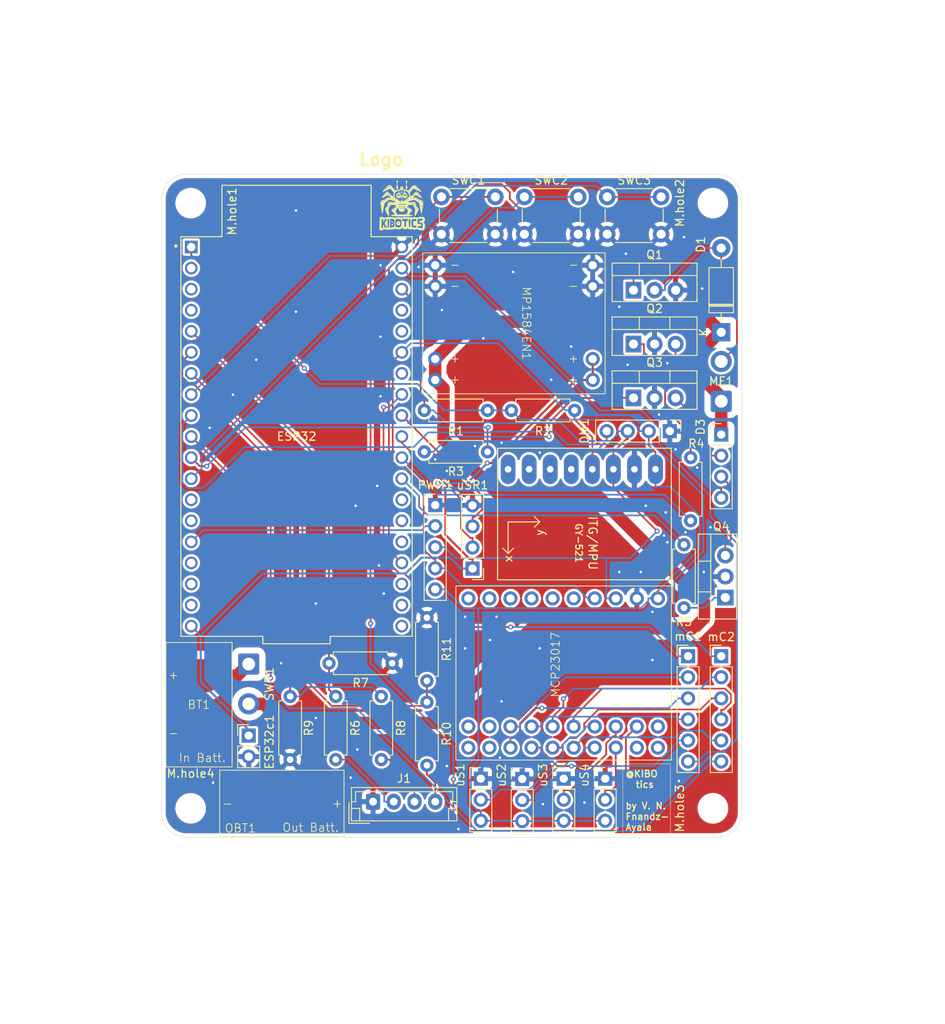
<source format=kicad_pcb>
(kicad_pcb (version 20240108) (generator "pcbnew") (generator_version "8.0")
  (layers (0 "F.Cu" signal) (31 "B.Cu" signal) (34 "B.Paste" user) (35 "F.Paste" user) (36 "B.SilkS" user "B.Silkscreen") (37 "F.SilkS" user "F.Silkscreen") (38 "B.Mask" user) (39 "F.Mask" user) (44 "Edge.Cuts" user))
  (net 0 "")
  (net 1 "GND")
  (net 2 "Net-(BT1-+)")
  (net 3 "Net-(D1-A)")
  (net 4 "+11V1")
  (net 5 "Net-(D3-GK)")
  (net 6 "Net-(D3-RK)")
  (net 7 "Net-(D3-BK)")
  (net 8 "/FAN")
  (net 9 "Net-(Q2-B)")
  (net 10 "Net-(Q3-B)")
  (net 11 "Net-(Q4-B)")
  (net 12 "/SCL")
  (net 13 "+3V3")
  (net 14 "/SDA")
  (net 15 "/B")
  (net 16 "/G")
  (net 17 "/R")
  (net 18 "+5V")
  (net 19 "/TRIG")
  (net 20 "/ECHO")
  (net 22 "/M4IN1")
  (net 25 "/M1IN1")
  (net 27 "/M2IN1")
  (net 28 "/M4IN2")
  (net 29 "/S1")
  (net 31 "/M3IN1")
  (net 32 "/S4")
  (net 34 "/M3IN2")
  (net 35 "/M2IN2")
  (net 38 "/M1IN2")
  (net 41 "/S2")
  (net 43 "/S3")
  (net 45 "/M2EN")
  (net 54 "Net-(J1-Pin_4)")
  (net 56 "/OE")
  (net 57 "/M1EN")
  (net 59 "Net-(J1-Pin_3)")
  (net 61 "Net-(J1-Pin_2)")
  (net 64 "/CLL1")
  (net 68 "/M3EN")
  (net 69 "/CLL2")
  (net 70 "/CLL3")
  (net 71 "/M4EN")
  (net 77 "/SW2")
  (net 78 "/SW3")
  (net 79 "/SW1")
  (footprint "Resistor_THT:R_Axial_DIN0207_L6.3mm_D2.5mm_P7.62mm_Horizontal" (layer "F.Cu") (at 139.31 78.5 180)
    (property "Reference" "R1")
    (property "Value" "4k7")
  )
  (footprint "Connector_PinHeader_2.54mm:PinHeader_1x06_P2.54mm_Vertical" (layer "F.Cu") (at 167.5 108.15)
    (property "Reference" "mC2")
    (property "Value" "MotorDriver")
  )
  (footprint "Package_TO_SOT_THT:TO-220-3_Vertical" (layer "F.Cu") (at 156.92 64)
    (property "Reference" "Q1")
    (property "Value" "TIP120")
  )
  (footprint "Connector_PinHeader_2.54mm:PinHeader_1x03_P2.54mm_Vertical" (layer "F.Cu") (at 143.5 122.96)
    (property "Reference" "uS2")
    (property "Value" "uSwitch")
  )
  (footprint "MountingHole:MountingHole_3.2mm_M3" (layer "F.Cu") (at 166.5 126.5)
    (property "Reference" "M.hole3")
    (property "Value" "MountingHole_3.2mm_M3")
  )
  (footprint "Connector_PinHeader_2.54mm:PinHeader_1x05_P2.54mm_Vertical" (layer "F.Cu") (at 133 89.925)
    (property "Reference" "PWM1")
    (property "Value" "PWM")
  )
  (footprint "Diode_THT:D_DO-41_SOD81_P10.16mm_Horizontal" (layer "F.Cu") (at 167.5 69.08 90)
    (property "Reference" "D1")
    (property "Value" "1N4001")
  )
  (footprint "Connector_PinHeader_2.54mm:PinHeader_1x03_P2.54mm_Vertical" (layer "F.Cu") (at 153.5 122.92)
    (property "Reference" "uS4")
    (property "Value" "uSwitch")
  )
  (footprint "Package_TO_SOT_THT:TO-220-3_Vertical" (layer "F.Cu") (at 168 101.08 90)
    (property "Reference" "Q4")
    (property "Value" "TIP120")
  )
  (footprint "MP-1584EN:MP-1584EN" (layer "F.Cu") (at 152 61 -90)
    (property "Reference" "MP1584EN1")
    (property "Value" "VoltConv")
  )
  (footprint "2xBattery_Wire_Pads:2xBatterty_Wire_Pads" (layer "F.Cu") (at 114.5 125.9 -90)
    (property "Reference" "OBT1")
    (property "Value" "UBEC")
  )
  (footprint "GY-521:GY-521" (layer "F.Cu") (at 150.6825 94.4925 -90)
    (property "Reference" "GY-521")
    (property "Value" "GY-521")
  )
  (footprint "Package_TO_SOT_THT:TO-220-3_Vertical" (layer "F.Cu") (at 156.92 77)
    (property "Reference" "Q3")
    (property "Value" "TIP120")
  )
  (footprint "MountingHole:MountingHole_3.2mm_M3" (layer "F.Cu") (at 166.5 53.5)
    (property "Reference" "M.hole2")
    (property "Value" "MountingHole_3.2mm_M3")
  )
  (footprint "Connector_Wire:SolderWire-0.75sqmm_1x02_P4.8mm_D1.25mm_OD2.3mm" (layer "F.Cu") (at 167.5 77.4 90)
    (property "Reference" "MF1")
    (property "Value" "Fan")
  )
  (footprint "Connector_PinHeader_2.54mm:PinHeader_1x03_P2.54mm_Vertical" (layer "F.Cu") (at 138.5 122.92)
    (property "Reference" "uS1")
    (property "Value" "uSwitch")
  )
  (footprint "Connector_PinHeader_2.54mm:PinHeader_1x06_P2.54mm_Vertical" (layer "F.Cu") (at 163.5 108.15)
    (property "Reference" "mC1")
    (property "Value" "MotorDriver")
  )
  (footprint "Connector_Wire:SolderWire-0.75sqmm_1x02_P4.8mm_D1.25mm_OD2.3mm" (layer "F.Cu") (at 110.5 109.1 -90)
    (property "Reference" "SWP1")
    (property "Value" "SWP")
  )
  (footprint "Package_TO_SOT_THT:TO-220-3_Vertical" (layer "F.Cu") (at 156.92 70.5)
    (property "Reference" "Q2")
    (property "Value" "TIP120")
  )
  (footprint "MountingHole:MountingHole_3.2mm_M3" (layer "F.Cu") (at 103.5 126.5)
    (property "Reference" "M.hole4")
    (property "Value" "MountingHole_3.2mm_M3")
  )
  (footprint "Resistor_THT:R_Axial_DIN0207_L6.3mm_D2.5mm_P7.62mm_Horizontal" (layer "F.Cu") (at 127.81 109 180)
    (property "Reference" "R7")
    (property "Value" "22k")
  )
  (footprint "Connector_PinHeader_2.54mm:PinHeader_1x04_P2.54mm_Vertical" (layer "F.Cu") (at 137.5 97.58 180)
    (property "Reference" "uSR1")
    (property "Value" "HC-SR04")
  )
  (footprint "Resistor_THT:R_Axial_DIN0207_L6.3mm_D2.5mm_P7.62mm_Horizontal" (layer "F.Cu") (at 132 113.69 -90)
    (property "Reference" "R10")
    (property "Value" "5k6")
  )
  (footprint "Connector_PinHeader_2.54mm:PinHeader_1x04_P2.54mm_Vertical" (layer "F.Cu") (at 161.3 81 -90)
    (property "Reference" "DM1")
    (property "Value" "DM-OLED")
  )
  (footprint "Resistor_THT:R_Axial_DIN0207_L6.3mm_D2.5mm_P7.62mm_Horizontal" (layer "F.Cu") (at 121 113 -90)
    (property "Reference" "R6")
    (property "Value" "5k6")
  )
  (footprint "ESP32-DEVKITC:MODULE_ESP32-DEVKITC" (layer "F.Cu") (at 116.2725 81.65)
    (property "Reference" "ESP32")
    (property "Value" "ESP32-DEVKITC")
  )
  (footprint "MCP23017:MCP23017" (layer "F.Cu") (at 137 119.18 90)
    (property "Reference" "MCP23017")
    (property "Value" "PortExt")
  )
  (footprint "Connector_PinHeader_2.54mm:PinHeader_1x03_P2.54mm_Vertical" (layer "F.Cu") (at 148.5 122.92)
    (property "Reference" "uS3")
    (property "Value" "uSwitch")
  )
  (footprint "Connector_PinHeader_2.54mm:PinHeader_1x02_P2.54mm_Vertical" (layer "F.Cu") (at 110.5 117.725)
    (property "Reference" "ESP32c1")
    (property "Value" "ESP32-CAM")
  )
  (footprint "Resistor_THT:R_Axial_DIN0207_L6.3mm_D2.5mm_P7.62mm_Horizontal" (layer "F.Cu") (at 115.5 120.62 90)
    (property "Reference" "R9")
    (property "Value" "680")
  )
  (footprint "LOGO" (layer "F.Cu") (at 129 53.75)
    (property "Reference" "Logo")
    (property "Value" "LOGO" (hide yes))
  )
  (footprint "Button_Switch_THT:SW_PUSH_6mm" (layer "F.Cu") (at 133.75 52.75)
    (property "Reference" "SWC1")
    (property "Value" "SW_Push")
  )
  (footprint "MountingHole:MountingHole_3.2mm_M3" (layer "F.Cu") (at 103.5 53.5)
    (property "Reference" "M.hole1")
    (property "Value" "MountingHole_3.2mm_M3")
  )
  (footprint "Button_Switch_THT:SW_PUSH_6mm" (layer "F.Cu") (at 153.75 52.75)
    (property "Reference" "SWC3")
    (property "Value" "SW_Push")
  )
  (footprint "Resistor_THT:R_Axial_DIN0207_L6.3mm_D2.5mm_P7.62mm_Horizontal" (layer "F.Cu") (at 132 103.5 -90)
    (property "Reference" "R11")
    (property "Value" "2k")
  )
  (footprint "Resistor_THT:R_Axial_DIN0207_L6.3mm_D2.5mm_P7.62mm_Horizontal" (layer "F.Cu") (at 163.81 91.81 90)
    (property "Reference" "R4")
    (property "Value" "1k")
  )
  (footprint "Connector_JST:JST_EH_B4B-EH-A_1x04_P2.50mm_Vertical" (layer "F.Cu") (at 125.5 125.7)
    (property "Reference" "J1")
    (property "Value" "Conn_01x04")
  )
  (footprint "Resistor_THT:R_Axial_DIN0207_L6.3mm_D2.5mm_P7.62mm_Horizontal" (layer "F.Cu") (at 126.5 113 -90)
    (property "Reference" "R8")
    (property "Value" "1k")
  )
  (footprint "Resistor_THT:R_Axial_DIN0207_L6.3mm_D2.5mm_P7.62mm_Horizontal" (layer "F.Cu") (at 163 94.69 -90)
    (property "Reference" "R5")
    (property "Value" "1k")
  )
  (footprint "2xBattery_Wire_Pads:2xBatterty_Wire_Pads" (layer "F.Cu") (at 104.5 114)
    (property "Reference" "BT1")
    (property "Value" "11V1")
  )
  (footprint "Button_Switch_THT:SW_PUSH_6mm" (layer "F.Cu") (at 143.75 52.75)
    (property "Reference" "SWC2")
    (property "Value" "SW_Push")
  )
  (footprint "Resistor_THT:R_Axial_DIN0207_L6.3mm_D2.5mm_P7.62mm_Horizontal" (layer "F.Cu") (at 142.19 78.5)
    (property "Reference" "R2")
    (property "Value" "4k7")
  )
  (footprint "Resistor_THT:R_Axial_DIN0207_L6.3mm_D2.5mm_P7.62mm_Horizontal" (layer "F.Cu") (at 139.31 83.5 180)
    (property "Reference" "R3")
    (property "Value" "1k")
  )
  (footprint "Connector_PinHeader_2.54mm:PinHeader_1x04_P2.54mm_Vertical" (layer "F.Cu") (at 167.5 81.42)
    (property "Reference" "D3")
    (property "Value" "LED_AGRB")
  )
  (gr_rect (start 155.625 121.15) (end 161.375 129.75) (stroke (width 0.05)) (fill none) (layer "F.SilkS"))
  (gr_arc (start 103 130) (mid 100.87868 129.12132) (end 100 127) (stroke (width 0.05)) (layer "Edge.Cuts"))
  (gr_line (start 167 130) (end 103 130) (stroke (width 0.05)) (layer "Edge.Cuts"))
  (gr_arc (start 167 50) (mid 169.12132 50.87868) (end 170 53) (stroke (width 0.05)) (layer "Edge.Cuts"))
  (gr_line (start 100 127) (end 100 53) (stroke (width 0.05)) (layer "Edge.Cuts"))
  (gr_line (start 170 53) (end 170 127) (stroke (width 0.05)) (layer "Edge.Cuts"))
  (gr_arc (start 100 53) (mid 100.87868 50.87868) (end 103 50) (stroke (width 0.05)) (layer "Edge.Cuts"))
  (gr_arc (start 170 127) (mid 169.12132 129.12132) (end 167 130) (stroke (width 0.05)) (layer "Edge.Cuts"))
  (gr_line (start 103 50) (end 167 50) (stroke (width 0.05)) (layer "Edge.Cuts"))
  (gr_text "+" (at 100.75 111 0) (layer "F.SilkS") (effects (font (size 1 1) (thickness 0.1)) (justify left bottom)))
  (gr_text "@KIBO\n  tics\n\nby V. N. \nFnandz-\nAyala" (at 155.875 129.25 0) (layer "F.SilkS") (effects (font (size 0.8 0.8)) (justify left bottom)))
  (gr_text "-" (at 107.25 126.5 0) (layer "F.SilkS") (effects (font (size 1 1) (thickness 0.1)) (justify left bottom)))
  (gr_text "-" (at 134.7 64.05 0) (layer "F.SilkS") (effects (font (size 1 1) (thickness 0.1)) (justify left bottom)))
  (gr_text "-" (at 100.75 118 0) (layer "F.SilkS") (effects (font (size 1 1) (thickness 0.1)) (justify left bottom)))
  (gr_text "+" (at 149 72.8 0) (layer "F.SilkS") (effects (font (size 1 1) (thickness 0.1)) (justify left bottom)))
  (gr_text "-" (at 149 64.05 0) (layer "F.SilkS") (effects (font (size 1 1) (thickness 0.1)) (justify left bottom)))
  (gr_text "-" (at 149 61.5 0) (layer "F.SilkS") (effects (font (size 1 1) (thickness 0.1)) (justify left bottom)))
  (gr_text "+" (at 149 75.35 0) (layer "F.SilkS") (effects (font (size 1 1) (thickness 0.1)) (justify left bottom)))
  (gr_text "-" (at 134.7 61.5 0) (layer "F.SilkS") (effects (font (size 1 1) (thickness 0.1)) (justify left bottom)))
  (gr_text "+" (at 120.5 126.5 0) (layer "F.SilkS") (effects (font (size 1 1) (thickness 0.1)) (justify left bottom)))
  (gr_text "+" (at 134.7 75.35 0) (layer "F.SilkS") (effects (font (size 1 1) (thickness 0.1)) (justify left bottom)))
  (gr_text "+" (at 134.7 72.8 0) (layer "F.SilkS") (effects (font (size 1 1) (thickness 0.1)) (justify left bottom)))
  (via (at 134.4 85.8) (size 0.6) (drill 0.3) (layers "F.Cu" "B.Cu") (net 1))
  (via (at 157.8 98) (size 0.6) (drill 0.3) (layers "F.Cu" "B.Cu") (net 1))
  (via (at 108.6 76.6) (size 0.6) (drill 0.3) (layers "F.Cu" "B.Cu") (net 1))
  (via (at 126.4 76.8) (size 0.6) (drill 0.3) (layers "F.Cu" "B.Cu") (net 1))
  (via (at 136.6 107.2) (size 0.6) (drill 0.3) (layers "F.Cu" "B.Cu") (net 1))
  (via (at 118.6 101.8) (size 0.6) (drill 0.3) (layers "F.Cu" "B.Cu") (net 1))
  (via (at 159.2 102.8) (size 0.6) (drill 0.3) (layers "F.Cu" "B.Cu") (net 1))
  (via (at 135.8 129) (size 0.6) (drill 0.3) (layers "F.Cu" "B.Cu") (net 1))
  (via (at 163 57.6) (size 0.6) (drill 0.3) (layers "F.Cu" "B.Cu") (net 1))
  (via (at 160 79) (size 0.6) (drill 0.3) (layers "F.Cu" "B.Cu") (net 1))
  (via (at 165.2 63.8) (size 0.6) (drill 0.3) (layers "F.Cu" "B.Cu") (net 1))
  (via (at 122.8 122.8) (size 0.6) (drill 0.3) (layers "F.Cu" "B.Cu") (net 1))
  (via (at 166.2 92.6) (size 0.6) (drill 0.3) (layers "F.Cu" "B.Cu") (net 1))
  (via (at 159.2 108.6) (size 0.6) (drill 0.3) (layers "F.Cu" "B.Cu") (net 1))
  (via (at 139.6 106.2) (size 0.6) (drill 0.3) (layers "F.Cu" "B.Cu") (net 1))
  (via (at 126 87.6) (size 0.6) (drill 0.3) (layers "F.Cu" "B.Cu") (net 1))
  (via (at 136.6 103.4) (size 0.6) (drill 0.3) (layers "F.Cu" "B.Cu") (net 1))
  (via (at 162 83.2) (size 0.6) (drill 0.3) (layers "F.Cu" "B.Cu") (net 1))
  (via (at 140.8 120.4) (size 0.6) (drill 0.3) (layers "F.Cu" "B.Cu") (net 1))
  (via (at 141 82.4) (size 0.6) (drill 0.3) (layers "F.Cu" "B.Cu") (net 1))
  (via (at 126.4 61) (size 0.6) (drill 0.3) (layers "F.Cu" "B.Cu") (net 1))
  (via (at 126.8 100.6) (size 0.6) (drill 0.3) (layers "F.Cu" "B.Cu") (net 1))
  (via (at 163.2 93.2) (size 0.6) (drill 0.3) (layers "F.Cu" "B.Cu") (net 1))
  (via (at 151 125.8) (size 0.6) (drill 0.3) (layers "F.Cu" "B.Cu") (net 1))
  (via (at 158.4 90) (size 0.6) (drill 0.3) (layers "F.Cu" "B.Cu") (net 1))
  (via (at 106.2 123.4) (size 0.6) (drill 0.3) (layers "F.Cu" "B.Cu") (net 1))
  (via (at 164.6 85.4) (size 0.6) (drill 0.3) (layers "F.Cu" "B.Cu") (net 1))
  (via (at 116.2 54.4) (size 0.6) (drill 0.3) (layers "F.Cu" "B.Cu") (net 1))
  (via (at 138.8 69.8) (size 0.6) (drill 0.3) (layers "F.Cu" "B.Cu") (net 1))
  (via (at 161 72.8) (size 0.6) (drill 0.3) (layers "F.Cu" "B.Cu") (net 1))
  (via (at 111.4 72.4) (size 0.6) (drill 0.3) (layers "F.Cu" "B.Cu") (net 1))
  (via (at 160.8 90.8) (size 0.6) (drill 0.3) (layers "F.Cu" "B.Cu") (net 1))
  (via (at 134.4 121.4) (size 0.6) (drill 0.3) (layers "F.Cu" "B.Cu") (net 1))
  (via (at 137.8 82.8) (size 0.6) (drill 0.3) (layers "F.Cu" "B.Cu") (net 1))
  (via (at 147 74.8) (size 0.6) (drill 0.3) (layers "F.Cu" "B.Cu") (net 1))
  (via (at 131 61.2) (size 0.6) (drill 0.3) (layers "F.Cu" "B.Cu") (net 1))
  (via (at 155.2 98) (size 0.6) (drill 0.3) (layers "F.Cu" "B.Cu") (net 1))
  (via (at 162.4 123.2) (size 0.6) (drill 0.3) (layers "F.Cu" "B.Cu") (net 1))
  (via (at 146 126) (size 0.6) (drill 0.3) (layers "F.Cu" "B.Cu") (net 1))
  (via (at 149.4 70.8) (size 0.6) (drill 0.3) (layers "F.Cu" "B.Cu") (net 1))
  (via (at 105.8 80.6) (size 0.6) (drill 0.3) (layers "F.Cu" "B.Cu") (net 1))
  (via (at 126.4 69.6) (size 0.6) (drill 0.3) (layers "F.Cu" "B.Cu") (net 1))
  (via (at 118.6 115.6) (size 0.6) (drill 0.3) (layers "F.Cu" "B.Cu") (net 1))
  (via (at 165.4 98) (size 0.6) (drill 0.3) (layers "F.Cu" "B.Cu") (net 1))
  (via (at 123.4 90) (size 0.6) (drill 0.3) (layers "F.Cu" "B.Cu") (net 1))
  (via (at 133.8 66.4) (size 0.6) (drill 0.3) (layers "F.Cu" "B.Cu") (net 1))
  (via (at 142.4 61.8) (size 0.6) (drill 0.3) (layers "F.Cu" "B.Cu") (net 1))
  (via (at 156 59.6) (size 0.6) (drill 0.3) (layers "F.Cu" "B.Cu") (net 1))
  (via (at 133 84.4) (size 0.6) (drill 0.3) (layers "F.Cu" "B.Cu") (net 1))
  (via (at 161 94.4) (size 0.6) (drill 0.3) (layers "F.Cu" "B.Cu") (net 1))
  (via (at 114.4 109) (size 0.6) (drill 0.3) (layers "F.Cu" "B.Cu") (net 1))
  (via (at 140.4 103.4) (size 0.6) (drill 0.3) (layers "F.Cu" "B.Cu") (net 1))
  (via (at 123.6 119.4) (size 0.6) (drill 0.3) (layers "F.Cu" "B.Cu") (net 1))
  (via (at 145.6 83.6) (size 0.6) (drill 0.3) (layers "F.Cu" "B.Cu") (net 1))
  (via (at 145.6 107.2) (size 0.6) (drill 0.3) (layers "F.Cu" "B.Cu") (net 1))
  (via (at 141 113.6) (size 0.6) (drill 0.3) (layers "F.Cu" "B.Cu") (net 1))
  (via (at 126.2 97.2) (size 0.6) (drill 0.3) (layers "F.Cu" "B.Cu") (net 1))
  (via (at 160.6 93.6) (size 0.6) (drill 0.3) (layers "F.Cu" "B.Cu") (net 1))
  (via (at 156.2 73) (size 0.6) (drill 0.3) (layers "F.Cu" "B.Cu") (net 1))
  (via (at 116.2 66.6) (size 0.6) (drill 0.3) (layers "F.Cu" "B.Cu") (net 1))
  (via (at 155.2 66) (size 0.6) (drill 0.3) (layers "F.Cu" "B.Cu") (net 1))
  (segment (start 104.5 110.5) (end 109.1 110.5) (width 1.5) (layer "F.Cu") (net 2))
  (segment (start 109.1 110.5) (end 110.5 109.1) (width 1.5) (layer "F.Cu") (net 2))
  (segment (start 167.5 72.6) (end 169.4 70.7) (width 0.2) (layer "F.Cu") (net 3))
  (segment (start 169.4 70.7) (end 169.4 62.2217) (width 0.2) (layer "F.Cu") (net 3))
  (segment (start 167.5 60.3217) (end 167.5 58.92) (width 0.2) (layer "F.Cu") (net 3))
  (segment (start 169.4 62.2217) (end 167.5 60.3217) (width 0.2) (layer "F.Cu") (net 3))
  (segment (start 165.227 58.92) (end 160.7142 63.4328) (width 0.2) (layer "B.Cu") (net 3))
  (segment (start 167.5 58.92) (end 165.227 58.92) (width 0.2) (layer "B.Cu") (net 3))
  (segment (start 160.7142 63.4328) (end 160.7142 64) (width 0.2) (layer "B.Cu") (net 3))
  (segment (start 159.46 64) (end 160.7142 64) (width 0.2) (layer "B.Cu") (net 3))
  (segment (start 165.4 101.6) (end 152.8 89) (width 1.5) (layer "F.Cu") (net 4))
  (segment (start 167.5 81.42) (end 167.5 77.4) (width 1.5) (layer "F.Cu") (net 4))
  (segment (start 164.6 74) (end 164.6 71.7877) (width 1.5) (layer "F.Cu") (net 4))
  (segment (start 164.6 71.7877) (end 167.308 69.08) (width 1.5) (layer "F.Cu") (net 4))
  (segment (start 118 119.597) (end 118 125.9) (width 1.5) (layer "F.Cu") (net 4))
  (segment (start 152.8 89) (end 141 89) (width 1.5) (layer "F.Cu") (net 4))
  (segment (start 134 75.84) (end 133 74.84) (width 1.5) (layer "F.Cu") (net 4))
  (segment (start 110.5 113.9) (end 112.303 113.9) (width 1.5) (layer "F.Cu") (net 4))
  (segment (start 167.5 76.9) (end 164.6 74) (width 1.5) (layer "F.Cu") (net 4))
  (segment (start 166.22 67.8) (end 167.5 69.08) (width 1.5) (layer "F.Cu") (net 4))
  (segment (start 121.397 116.2) (end 133.2 116.2) (width 1.5) (layer "F.Cu") (net 4))
  (segment (start 167.5 77.4) (end 167.5 76.9) (width 1.5) (layer "F.Cu") (net 4))
  (segment (start 164.2 104.8) (end 165.4 103.6) (width 1.5) (layer "F.Cu") (net 4))
  (segment (start 167.308 69.08) (end 167.5 69.08) (width 1.5) (layer "F.Cu") (net 4))
  (segment (start 133.2 116.2) (end 144.6 104.8) (width 1.5) (layer "F.Cu") (net 4))
  (segment (start 137.5 67.8) (end 166.22 67.8) (width 1.5) (layer "F.Cu") (net 4))
  (segment (start 133 74.84) (end 133 72.3) (width 1.5) (layer "F.Cu") (net 4))
  (segment (start 112.303 113.9) (end 118 119.597) (width 1.5) (layer "F.Cu") (net 4))
  (segment (start 165.4 103.6) (end 165.4 101.6) (width 1.5) (layer "F.Cu") (net 4))
  (segment (start 118 119.597) (end 121.397 116.2) (width 1.5) (layer "F.Cu") (net 4))
  (segment (start 133 72.3) (end 137.5 67.8) (width 1.5) (layer "F.Cu") (net 4))
  (segment (start 141 89) (end 134 82) (width 1.5) (layer "F.Cu") (net 4))
  (segment (start 134 82) (end 134 75.84) (width 1.5) (layer "F.Cu") (net 4))
  (segment (start 144.6 104.8) (end 164.2 104.8) (width 1.5) (layer "F.Cu") (net 4))
  (segment (start 165.6 79.8) (end 165 79.2) (width 0.2) (layer "F.Cu") (net 5))
  (segment (start 162 74.55) (end 162 70.5) (width 0.2) (layer "F.Cu") (net 5))
  (segment (start 165 79.2) (end 165 77.55) (width 0.2) (layer "F.Cu") (net 5))
  (segment (start 167.5 83.96) (end 166.3483 83.96) (width 0.2) (layer "F.Cu") (net 5))
  (segment (start 165 77.55) (end 162 74.55) (width 0.2) (layer "F.Cu") (net 5))
  (segment (start 166.3483 83.96) (end 165.6 83.2117) (width 0.2) (layer "F.Cu") (net 5))
  (segment (start 165.6 83.2117) (end 165.6 79.8) (width 0.2) (layer "F.Cu") (net 5))
  (segment (start 167.5 86.5) (end 168.6557 87.6557) (width 0.2) (layer "F.Cu") (net 6))
  (segment (start 168 96) (end 168 94.7458) (width 0.2) (layer "F.Cu") (net 6))
  (segment (start 168.6557 87.6557) (end 168.6557 94.0901) (width 0.2) (layer "F.Cu") (net 6))
  (segment (start 168.6557 94.0901) (end 168 94.7458) (width 0.2) (layer "F.Cu") (net 6))
  (segment (start 162 77) (end 165.2 80.2) (width 0.2) (layer "F.Cu") (net 7))
  (segment (start 165.2 85.8762) (end 167.2121 87.8883) (width 0.2) (layer "F.Cu") (net 7))
  (segment (start 165.2 80.2) (end 165.2 85.8762) (width 0.2) (layer "F.Cu") (net 7))
  (segment (start 167.2121 87.8883) (end 167.5 87.8883) (width 0.2) (layer "F.Cu") (net 7))
  (segment (start 167.5 87.8883) (end 167.5 89.04) (width 0.2) (layer "F.Cu") (net 7))
  (segment (start 156 117.96) (end 157.32 116.64) (width 0.2) (layer "F.Cu") (net 8))
  (segment (start 156.92 62.52) (end 156.92 64) (width 0.2) (layer "F.Cu") (net 8))
  (segment (start 135.2 123) (end 135.2 127.551471) (width 0.2) (layer "F.Cu") (net 8))
  (segment (start 142 53) (end 148.2 59.2) (width 0.2) (layer "F.Cu") (net 8))
  (segment (start 133 51.2) (end 141 51.2) (width 0.2) (layer "F.Cu") (net 8))
  (segment (start 142 52.2) (end 142 53) (width 0.2) (layer "F.Cu") (net 8))
  (segment (start 148.2 59.2) (end 153.6 59.2) (width 0.2) (layer "F.Cu") (net 8))
  (segment (start 156 127.4) (end 156 117.96) (width 0.2) (layer "F.Cu") (net 8))
  (segment (start 135.2 127.551471) (end 136.848529 129.2) (width 0.2) (layer "F.Cu") (net 8))
  (segment (start 136.848529 129.2) (end 154.2 129.2) (width 0.2) (layer "F.Cu") (net 8))
  (segment (start 154.2 129.2) (end 156 127.4) (width 0.2) (layer "F.Cu") (net 8))
  (segment (start 125.2 59) (end 133 51.2) (width 0.2) (layer "F.Cu") (net 8))
  (segment (start 141 51.2) (end 142 52.2) (width 0.2) (layer "F.Cu") (net 8))
  (segment (start 153.6 59.2) (end 156.92 62.52) (width 0.2) (layer "F.Cu") (net 8))
  (segment (start 125.2 104.2) (end 125.2 59) (width 0.2) (layer "F.Cu") (net 8))
  (via (at 125.2 104.2) (size 0.6) (drill 0.3) (layers "F.Cu" "B.Cu") (net 8))
  (via (at 135.2 123) (size 0.6) (drill 0.3) (layers "F.Cu" "B.Cu") (net 8))
  (segment (start 135.2 119.006346) (end 135.2 123) (width 0.2) (layer "B.Cu") (net 8))
  (segment (start 125.2 109.006346) (end 135.2 119.006346) (width 0.2) (layer "B.Cu") (net 8))
  (segment (start 125.2 104.2) (end 125.2 109.006346) (width 0.2) (layer "B.Cu") (net 8))
  (segment (start 160.73 78.2993) (end 160.73 74.31) (width 0.2) (layer "F.Cu") (net 9))
  (segment (start 160.73 74.31) (end 158.1742 71.7542) (width 0.2) (layer "F.Cu") (net 9))
  (segment (start 156.92 70.5) (end 158.1742 70.5) (width 0.2) (layer "F.Cu") (net 9))
  (segment (start 163.81 84.19) (end 163.81 81.3793) (width 0.2) (layer "F.Cu") (net 9))
  (segment (start 158.1742 71.7542) (end 158.1742 70.5) (width 0.2) (layer "F.Cu") (net 9))
  (segment (start 163.81 81.3793) (end 160.73 78.2993) (width 0.2) (layer "F.Cu") (net 9))
  (segment (start 156.92 77) (end 149.7217 77) (width 0.2) (layer "F.Cu") (net 10))
  (segment (start 149.7217 77) (end 146.7344 79.9873) (width 0.2) (layer "F.Cu") (net 10))
  (segment (start 146.7344 79.9873) (end 146.7344 81.6776) (width 0.2) (layer "F.Cu") (net 10))
  (via (at 146.7344 81.6776) (size 0.6) (drill 0.3) (layers "F.Cu" "B.Cu") (net 10))
  (segment (start 131.69 83.5) (end 132.7917 83.5) (width 0.2) (layer "B.Cu") (net 10))
  (segment (start 132.7917 83.5) (end 134.6141 81.6776) (width 0.2) (layer "B.Cu") (net 10))
  (segment (start 134.6141 81.6776) (end 146.7344 81.6776) (width 0.2) (layer "B.Cu") (net 10))
  (segment (start 165.4683 102.31) (end 166.6983 101.08) (width 0.2) (layer "B.Cu") (net 11))
  (segment (start 168 101.08) (end 166.6983 101.08) (width 0.2) (layer "B.Cu") (net 11))
  (segment (start 163 102.31) (end 165.4683 102.31) (width 0.2) (layer "B.Cu") (net 11))
  (segment (start 128.9725 63.88) (end 131.2335 66.141) (width 0.2) (layer "F.Cu") (net 12))
  (segment (start 131.2335 76.9418) (end 131.69 77.3983) (width 0.2) (layer "F.Cu") (net 12))
  (segment (start 156.22 81) (end 156.22 81.9854) (width 0.2) (layer "F.Cu") (net 12))
  (segment (start 131.69 78.5) (end 131.69 77.3983) (width 0.2) (layer "F.Cu") (net 12))
  (segment (start 159.768 93.0645) (end 154.4925 87.789) (width 0.2) (layer "F.Cu") (net 12))
  (segment (start 131.2335 66.141) (end 131.2335 76.9418) (width 0.2) (layer "F.Cu") (net 12))
  (segment (start 156.0299 81.9854) (end 154.4925 83.5228) (width 0.2) (layer "F.Cu") (net 12))
  (segment (start 154.4925 85.6025) (end 154.4925 83.5228) (width 0.2) (layer "F.Cu") (net 12))
  (segment (start 156.22 81.9854) (end 156.0299 81.9854) (width 0.2) (layer "F.Cu") (net 12))
  (segment (start 154.4925 87.789) (end 154.4925 85.6025) (width 0.2) (layer "F.Cu") (net 12))
  (via (at 159.768 93.0645) (size 0.6) (drill 0.3) (layers "F.Cu" "B.Cu") (net 12))
  (segment (start 154.78 101.18) (end 153.6283 101.18) (width 0.2) (layer "B.Cu") (net 12))
  (segment (start 134.2432 79.9515) (end 132.7917 78.5) (width 0.2) (layer "B.Cu") (net 12))
  (segment (start 155.0683 81) (end 155.0683 81.2879) (width 0.2) (layer "B.Cu") (net 12))
  (segment (start 148.212 80.0373) (end 139.7225 80.0373) (width 0.2) (layer "B.Cu") (net 12))
  (segment (start 135.4589 96.31) (end 134.1539 95.005) (width 0.2) (layer "B.Cu") (net 12))
  (segment (start 131.69 78.5) (end 132.7917 78.5) (width 0.2) (layer "B.Cu") (net 12))
  (segment (start 150.3704 82.1957) (end 148.212 80.0373) (width 0.2) (layer "B.Cu") (net 12))
  (segment (start 156.22 81) (end 155.0683 81) (width 0.2) (layer "B.Cu") (net 12))
  (segment (start 133 95.005) (end 134.1517 95.005) (width 0.2) (layer "B.Cu") (net 12))
  (segment (start 155.0683 81.2879) (end 154.1605 82.1957) (width 0.2) (layer "B.Cu") (net 12))
  (segment (start 153.6283 101.18) (end 153.6283 96.31) (width 0.2) (layer "B.Cu") (net 12))
  (segment (start 153.6283 96.31) (end 156.5225 96.31) (width 0.2) (layer "B.Cu") (net 12))
  (segment (start 153.6283 96.31) (end 135.4589 96.31) (width 0.2) (layer "B.Cu") (net 12))
  (segment (start 134.1539 95.005) (end 134.1517 95.005) (width 0.2) (layer "B.Cu") (net 12))
  (segment (start 139.6367 79.9515) (end 134.2432 79.9515) (width 0.2) (layer "B.Cu") (net 12))
  (segment (start 139.7225 80.0373) (end 139.6367 79.9515) (width 0.2) (layer "B.Cu") (net 12))
  (segment (start 154.1605 82.1957) (end 150.3704 82.1957) (width 0.2) (layer "B.Cu") (net 12))
  (segment (start 156.5225 96.31) (end 159.768 93.0645) (width 0.2) (layer "B.Cu") (net 12))
  (segment (start 103.5725 58.8) (end 103.5725 59.8667) (width 0.2) (layer "F.Cu") (net 13))
  (segment (start 158.76 81) (end 158.76 82.7103) (width 0.2) (layer "F.Cu") (net 13))
  (segment (start 103.5725 59.8667) (end 103.6543 59.8667) (width 0.2) (layer "F.Cu") (net 13))
  (segment (start 103.6543 59.8667) (end 117.2031 73.4155) (width 0.2) (layer "F.Cu") (net 13))
  (segment (start 159.5725 85.6025) (end 159.5725 83.5228) (width 0.2) (layer "F.Cu") (net 13))
  (segment (start 158.76 82.7103) (end 159.5725 83.5228) (width 0.2) (layer "F.Cu") (net 13))
  (via (at 117.2031 73.4155) (size 0.6) (drill 0.3) (layers "F.Cu" "B.Cu") (net 13))
  (segment (start 130.8601 75.31) (end 119.0976 75.31) (width 0.2) (layer "B.Cu") (net 13))
  (segment (start 157.6083 80.7315) (end 157.6083 81) (width 0.2) (layer "B.Cu") (net 13))
  (segment (start 159.5725 85.6025) (end 159.5725 87.6822) (width 0.2) (layer "B.Cu") (net 13))
  (segment (start 119.0976 75.31) (end 117.2031 73.4155) (width 0.2) (layer "B.Cu") (net 13))
  (segment (start 134.0501 78.5) (end 130.8601 75.31) (width 0.2) (layer "B.Cu") (net 13))
  (segment (start 159.86 101.18) (end 158.9466 101.18) (width 0.2) (layer "B.Cu") (net 13))
  (segment (start 144.6917 128) (end 144.6517 128.04) (width 0.2) (layer "B.Cu") (net 13))
  (segment (start 138.1951 120.7268) (end 138.1951 102.3477) (width 0.2) (layer "B.Cu") (net 13))
  (segment (start 136.4144 102.3477) (end 138.1951 102.3477) (width 0.2) (layer "B.Cu") (net 13))
  (segment (start 139.31 78.5) (end 134.0501 78.5) (width 0.2) (layer "B.Cu") (net 13))
  (segment (start 138.1951 102.3477) (end 157.8091 102.3477) (width 0.2) (layer "B.Cu") (net 13))
  (segment (start 138.2121 126.8483) (end 137.2998 125.936) (width 0.2) (layer "B.Cu") (net 13))
  (segment (start 153.5 128) (end 148.5 128) (width 0.2) (layer "B.Cu") (net 13))
  (segment (start 137.2998 121.6221) (end 138.1951 120.7268) (width 0.2) (layer "B.Cu") (net 13))
  (segment (start 143.3021 79.6121) (end 156.4889 79.6121) (width 0.2) (layer "B.Cu") (net 13))
  (segment (start 143.5 128.04) (end 142.3483 128.04) (width 0.2) (layer "B.Cu") (net 13))
  (segment (start 133 100.085) (end 134.1517 100.085) (width 0.2) (layer "B.Cu") (net 13))
  (segment (start 138.5 126.8483) (end 138.2121 126.8483) (width 0.2) (layer "B.Cu") (net 13))
  (segment (start 158.9466 101.18) (end 158.7083 101.18) (width 0.2) (layer "B.Cu") (net 13))
  (segment (start 134.1517 100.085) (end 136.4144 102.3477) (width 0.2) (layer "B.Cu") (net 13))
  (segment (start 148.5 128) (end 144.6917 128) (width 0.2) (layer "B.Cu") (net 13))
  (segment (start 156.4889 79.6121) (end 157.6083 80.7315) (width 0.2) (layer "B.Cu") (net 13))
  (segment (start 142.19 78.5) (end 143.3021 79.6121) (width 0.2) (layer "B.Cu") (net 13))
  (segment (start 137.2998 125.936) (end 137.2998 121.6221) (width 0.2) (layer "B.Cu") (net 13))
  (segment (start 164.9127 91.2522) (end 164.9127 95.2139) (width 0.2) (layer "B.Cu") (net 13))
  (segment (start 161.3427 87.6822) (end 164.9127 91.2522) (width 0.2) (layer "B.Cu") (net 13))
  (segment (start 158.7083 101.4485) (end 158.7083 101.18) (width 0.2) (layer "B.Cu") (net 13))
  (segment (start 142.3083 128) (end 142.3483 128.04) (width 0.2) (layer "B.Cu") (net 13))
  (segment (start 158.76 81) (end 157.6083 81) (width 0.2) (layer "B.Cu") (net 13))
  (segment (start 159.5725 87.6822) (end 161.3427 87.6822) (width 0.2) (layer "B.Cu") (net 13))
  (segment (start 138.5 128) (end 138.5 126.8483) (width 0.2) (layer "B.Cu") (net 13))
  (segment (start 157.8091 102.3477) (end 158.7083 101.4485) (width 0.2) (layer "B.Cu") (net 13))
  (segment (start 138.5 128) (end 142.3083 128) (width 0.2) (layer "B.Cu") (net 13))
  (segment (start 143.5 128.04) (end 144.6517 128.04) (width 0.2) (layer "B.Cu") (net 13))
  (segment (start 139.31 78.5) (end 142.19 78.5) (width 0.2) (layer "B.Cu") (net 13))
  (segment (start 164.9127 95.2139) (end 158.9466 101.18) (width 0.2) (layer "B.Cu") (net 13))
  (segment (start 129.266 85.47) (end 128.6658 85.47) (width 0.2) (layer "F.Cu") (net 14))
  (segment (start 127.8729 84.6771) (end 127.8729 72.5996) (width 0.2) (layer "F.Cu") (net 14))
  (segment (start 131.6102 95.272) (end 131.6102 87.8142) (width 0.2) (layer "F.Cu") (net 14))
  (segment (start 151.9525 81.7442) (end 151.9525 83.5228) (width 0.2) (layer "F.Cu") (net 14))
  (segment (start 133 96.3933) (end 132.7315 96.3933) (width 0.2) (layer "F.Cu") (net 14))
  (segment (start 131.6102 87.8142) (end 129.266 85.47) (width 0.2) (layer "F.Cu") (net 14))
  (segment (start 149.81 78.5) (end 149.81 79.6017) (width 0.2) (layer "F.Cu") (net 14))
  (segment (start 128.6658 85.47) (end 127.8729 84.6771) (width 0.2) (layer "F.Cu") (net 14))
  (segment (start 153.68 81) (end 153.68 82.1517) (width 0.2) (layer "F.Cu") (net 14))
  (segment (start 151.9525 85.6025) (end 151.9525 83.5228) (width 0.2) (layer "F.Cu") (net 14))
  (segment (start 132.7315 96.3933) (end 131.6102 95.272) (width 0.2) (layer "F.Cu") (net 14))
  (segment (start 153.68 82.1517) (end 152.3089 83.5228) (width 0.2) (layer "F.Cu") (net 14))
  (segment (start 152.3089 83.5228) (end 151.9525 83.5228) (width 0.2) (layer "F.Cu") (net 14))
  (segment (start 133 97.545) (end 133 96.3933) (width 0.2) (layer "F.Cu") (net 14))
  (segment (start 149.81 79.6017) (end 151.9525 81.7442) (width 0.2) (layer "F.Cu") (net 14))
  (segment (start 127.8729 72.5996) (end 128.9725 71.5) (width 0.2) (layer "F.Cu") (net 14))
  (segment (start 140.6083 70.4) (end 148.7083 78.5) (width 0.2) (layer "B.Cu") (net 14))
  (segment (start 148.7083 78.5) (end 149.81 78.5) (width 0.2) (layer "B.Cu") (net 14))
  (segment (start 151.3792 101.18) (end 149.8258 99.6266) (width 0.2) (layer "B.Cu") (net 14))
  (segment (start 149.8258 99.6266) (end 136.2333 99.6266) (width 0.2) (layer "B.Cu") (net 14))
  (segment (start 152.24 101.18) (end 151.3792 101.18) (width 0.2) (layer "B.Cu") (net 14))
  (segment (start 128.9725 71.5) (end 130.0725 70.4) (width 0.2) (layer "B.Cu") (net 14))
  (segment (start 136.2333 99.6266) (end 134.1517 97.545) (width 0.2) (layer "B.Cu") (net 14))
  (segment (start 133 97.545) (end 134.1517 97.545) (width 0.2) (layer "B.Cu") (net 14))
  (segment (start 130.0725 70.4) (end 140.6083 70.4) (width 0.2) (layer "B.Cu") (net 14))
  (segment (start 139.3875 80.5532) (end 139.31 80.6307) (width 0.2) (layer "F.Cu") (net 15))
  (segment (start 104.6015 85.229) (end 105.435 85.229) (width 0.2) (layer "F.Cu") (net 15))
  (segment (start 139.31 80.6307) (end 139.31 83.5) (width 0.2) (layer "F.Cu") (net 15))
  (segment (start 103.5725 84.2) (end 104.6015 85.229) (width 0.2) (layer "F.Cu") (net 15))
  (via (at 139.3875 80.5532) (size 0.6) (drill 0.3) (layers "F.Cu" "B.Cu") (net 15))
  (via (at 105.435 85.229) (size 0.6) (drill 0.3) (layers "F.Cu" "B.Cu") (net 15))
  (segment (start 105.435 85.229) (end 110.1108 80.5532) (width 0.2) (layer "B.Cu") (net 15))
  (segment (start 110.1108 80.5532) (end 139.3875 80.5532) (width 0.2) (layer "B.Cu") (net 15))
  (segment (start 163.81 91.81) (end 160.6696 88.6696) (width 0.2) (layer "B.Cu") (net 16))
  (segment (start 133.4421 88.6696) (end 128.9725 84.2) (width 0.2) (layer "B.Cu") (net 16))
  (segment (start 160.6696 88.6696) (end 133.4421 88.6696) (width 0.2) (layer "B.Cu") (net 16))
  (segment (start 131.0516 88.8191) (end 131.0516 90.1157) (width 0.2) (layer "B.Cu") (net 17))
  (segment (start 131.0516 90.1157) (end 132.1074 91.1715) (width 0.2) (layer "B.Cu") (net 17))
  (segment (start 159.4815 91.1715) (end 163 94.69) (width 0.2) (layer "B.Cu") (net 17))
  (segment (start 128.9725 86.74) (end 131.0516 88.8191) (width 0.2) (layer "B.Cu") (net 17))
  (segment (start 132.1074 91.1715) (end 159.4815 91.1715) (width 0.2) (layer "B.Cu") (net 17))
  (segment (start 137.1323 96.4033) (end 134.2315 93.5025) (width 0.25) (layer "F.Cu") (net 18))
  (segment (start 149.9467 74.84) (end 139.9294 84.8573) (width 0.25) (layer "F.Cu") (net 18))
  (segment (start 137.5 96.4033) (end 137.1323 96.4033) (width 0.25) (layer "F.Cu") (net 18))
  (segment (start 137.5 97.58) (end 137.5 96.4033) (width 0.25) (layer "F.Cu") (net 18))
  (segment (start 152 74.84) (end 150.8233 74.84) (width 0.25) (layer "F.Cu") (net 18))
  (segment (start 150.8233 74.84) (end 149.9467 74.84) (width 0.25) (layer "F.Cu") (net 18))
  (segment (start 134.2315 93.5025) (end 134.2315 88.1881) (width 0.25) (layer "F.Cu") (net 18))
  (segment (start 134.2315 88.1881) (end 133.3164 87.273) (width 0.25) (layer "F.Cu") (net 18))
  (segment (start 152 74.84) (end 152 72.3) (width 0.25) (layer "F.Cu") (net 18))
  (segment (start 139.9294 84.8573) (end 139.2781 84.8573) (width 0.25) (layer "F.Cu") (net 18))
  (via (at 139.2781 84.8573) (size 0.6) (drill 0.3) (layers "F.Cu" "B.Cu") (net 18))
  (via (at 133.3164 87.273) (size 0.6) (drill 0.3) (layers "F.Cu" "B.Cu") (net 18))
  (segment (start 112.2053 98.17) (end 104.7139 105.6614) (width 0.25) (layer "B.Cu") (net 18))
  (segment (start 103.5725 104.52) (end 104.7139 105.6614) (width 0.25) (layer "B.Cu") (net 18))
  (segment (start 131.3275 96.275) (end 129.4325 98.17) (width 0.25) (layer "B.Cu") (net 18))
  (segment (start 133.3164 87.273) (end 136.8624 87.273) (width 0.25) (layer "B.Cu") (net 18))
  (segment (start 104.7139 111.24835) (end 110.5 117.03445) (width 0.25) (layer "B.Cu") (net 18))
  (segment (start 136.1255 97.58) (end 134.8205 96.275) (width 0.25) (layer "B.Cu") (net 18))
  (segment (start 104.7139 105.6614) (end 104.7139 111.24835) (width 0.25) (layer "B.Cu") (net 18))
  (segment (start 137.5 97.58) (end 136.1255 97.58) (width 0.25) (layer "B.Cu") (net 18))
  (segment (start 134.8205 96.275) (end 131.3275 96.275) (width 0.25) (layer "B.Cu") (net 18))
  (segment (start 110.5 117.03445) (end 110.5 117.725) (width 0.25) (layer "B.Cu") (net 18))
  (segment (start 129.4325 98.17) (end 112.2053 98.17) (width 0.25) (layer "B.Cu") (net 18))
  (segment (start 136.8624 87.273) (end 139.2781 84.8573) (width 0.25) (layer "B.Cu") (net 18))
  (segment (start 128.9725 82.4112) (end 128.9725 81.66) (width 0.2) (layer "F.Cu") (net 19))
  (segment (start 133.5656 86.6713) (end 133.2326 86.6713) (width 0.2) (layer "F.Cu") (net 19))
  (segment (start 136.1102 89.2159) (end 133.5656 86.6713) (width 0.2) (layer "F.Cu") (net 19))
  (segment (start 133.2326 86.6713) (end 128.9725 82.4112) (width 0.2) (layer "F.Cu") (net 19))
  (segment (start 137.2315 93.8883) (end 136.1102 92.767) (width 0.2) (layer "F.Cu") (net 19))
  (segment (start 137.5 95.04) (end 137.5 93.8883) (width 0.2) (layer "F.Cu") (net 19))
  (segment (start 137.5 93.8883) (end 137.2315 93.8883) (width 0.2) (layer "F.Cu") (net 19))
  (segment (start 136.1102 92.767) (end 136.1102 89.2159) (width 0.2) (layer "F.Cu") (net 19))
  (segment (start 138.6875 90.4293) (end 137.7685 91.3483) (width 0.2) (layer "F.Cu") (net 20))
  (segment (start 137.5 92.5) (end 137.5 91.3483) (width 0.2) (layer "F.Cu") (net 20))
  (segment (start 128.9725 79.12) (end 138.6875 88.835) (width 0.2) (layer "F.Cu") (net 20))
  (segment (start 138.6875 88.835) (end 138.6875 90.4293) (width 0.2) (layer "F.Cu") (net 20))
  (segment (start 137.7685 91.3483) (end 137.5 91.3483) (width 0.2) (layer "F.Cu") (net 20))
  (segment (start 167.9714 112.0634) (end 153.1249 112.0634) (width 0.2) (layer "F.Cu") (net 22))
  (segment (start 149.7 116.64) (end 149.7 115.4883) (width 0.2) (layer "F.Cu") (net 22))
  (segment (start 168.6954 112.7874) (end 167.9714 112.0634) (width 0.2) (layer "F.Cu") (net 22))
  (segment (start 167.5 115.77) (end 167.5 114.6183) (width 0.2) (layer "F.Cu") (net 22))
  (segment (start 167.5 114.6183) (end 167.7879 114.6183) (width 0.2) (layer "F.Cu") (net 22))
  (segment (start 167.7879 114.6183) (end 168.6954 113.7108) (width 0.2) (layer "F.Cu") (net 22))
  (segment (start 168.6954 113.7108) (end 168.6954 112.7874) (width 0.2) (layer "F.Cu") (net 22))
  (segment (start 153.1249 112.0634) (end 149.7 115.4883) (width 0.2) (layer "F.Cu") (net 22))
  (segment (start 142.08 116.64) (end 143.2317 116.64) (width 0.2) (layer "B.Cu") (net 25))
  (segment (start 163.5 110.69) (end 148.7401 110.69) (width 0.2) (layer "B.Cu") (net 25))
  (segment (start 148.7401 110.69) (end 143.2317 116.1984) (width 0.2) (layer "B.Cu") (net 25))
  (segment (start 143.2317 116.1984) (end 143.2317 116.64) (width 0.2) (layer "B.Cu") (net 25))
  (segment (start 162.019 115.4407) (end 162.3483 115.77) (width 0.2) (layer "B.Cu") (net 27))
  (segment (start 145.7717 116.64) (end 145.7717 116.3521) (width 0.2) (layer "B.Cu") (net 27))
  (segment (start 163.5 115.77) (end 162.3483 115.77) (width 0.2) (layer "B.Cu") (net 27))
  (segment (start 144.62 116.64) (end 145.7717 116.64) (width 0.2) (layer "B.Cu") (net 27))
  (segment (start 145.7717 116.3521) (end 146.6831 115.4407) (width 0.2) (layer "B.Cu") (net 27))
  (segment (start 146.6831 115.4407) (end 162.019 115.4407) (width 0.2) (layer "B.Cu") (net 27))
  (segment (start 162.013 117.9279) (end 162.7922 117.1487) (width 0.2) (layer "B.Cu") (net 28))
  (segment (start 149.7 119.18) (end 150.9521 117.9279) (width 0.2) (layer "B.Cu") (net 28))
  (segment (start 167.5 118.31) (end 166.3483 118.31) (width 0.2) (layer "B.Cu") (net 28))
  (segment (start 150.9521 117.9279) (end 162.013 117.9279) (width 0.2) (layer "B.Cu") (net 28))
  (segment (start 162.7922 117.1487) (end 165.187 117.1487) (width 0.2) (layer "B.Cu") (net 28))
  (segment (start 165.187 117.1487) (end 166.3483 118.31) (width 0.2) (layer "B.Cu") (net 28))
  (segment (start 140.8817 124.23) (end 139.6517 125.46) (width 0.2) (layer "B.Cu") (net 29))
  (segment (start 148.3918 118.7998) (end 148.3918 120.1976) (width 0.2) (layer "B.Cu") (net 29))
  (segment (start 144.3594 124.23) (end 140.8817 124.23) (width 0.2) (layer "B.Cu") (net 29))
  (segment (start 151.0883 116.64) (end 151.0883 116.897) (width 0.2) (layer "B.Cu") (net 29))
  (segment (start 138.5 125.46) (end 139.6517 125.46) (width 0.2) (layer "B.Cu") (net 29))
  (segment (start 151.0883 116.897) (end 150.0753 117.91) (width 0.2) (layer "B.Cu") (net 29))
  (segment (start 148.3918 120.1976) (end 144.3594 124.23) (width 0.2) (layer "B.Cu") (net 29))
  (segment (start 150.0753 117.91) (end 149.2816 117.91) (width 0.2) (layer "B.Cu") (net 29))
  (segment (start 149.2816 117.91) (end 148.3918 118.7998) (width 0.2) (layer "B.Cu") (net 29))
  (segment (start 152.24 116.64) (end 151.0883 116.64) (width 0.2) (layer "B.Cu") (net 29))
  (segment (start 147.16 115.4883) (end 148.4595 114.1888) (width 0.2) (layer "F.Cu") (net 31))
  (segment (start 147.16 116.64) (end 147.16 115.4883) (width 0.2) (layer "F.Cu") (net 31))
  (segment (start 148.4595 114.1888) (end 148.4595 113.296) (width 0.2) (layer "F.Cu") (net 31))
  (via (at 148.4595 113.296) (size 0.6) (drill 0.3) (layers "F.Cu" "B.Cu") (net 31))
  (segment (start 149.6988 112.0567) (end 148.4595 113.296) (width 0.2) (layer "B.Cu") (net 31))
  (segment (start 165.0477 112.0567) (end 149.6988 112.0567) (width 0.2) (layer "B.Cu") (net 31))
  (segment (start 166.4144 110.69) (end 165.0477 112.0567) (width 0.2) (layer "B.Cu") (net 31))
  (segment (start 167.5 110.69) (end 166.4144 110.69) (width 0.2) (layer "B.Cu") (net 31))
  (segment (start 154.78 119.18) (end 154.78 123.8428) (width 0.2) (layer "F.Cu") (net 32))
  (segment (start 153.5 125.46) (end 153.5 124.3083) (width 0.2) (layer "F.Cu") (net 32))
  (segment (start 154.78 123.8428) (end 154.3145 124.3083) (width 0.2) (layer "F.Cu") (net 32))
  (segment (start 154.3145 124.3083) (end 153.5 124.3083) (width 0.2) (layer "F.Cu") (net 32))
  (segment (start 149.1754 118.0283) (end 150 118.0283) (width 0.2) (layer "F.Cu") (net 34))
  (segment (start 150 118.0283) (end 150.97 117.0583) (width 0.2) (layer "F.Cu") (net 34))
  (segment (start 165.0048 114.5735) (end 166.3483 113.23) (width 0.2) (layer "F.Cu") (net 34))
  (segment (start 147.16 119.18) (end 148.3117 119.18) (width 0.2) (layer "F.Cu") (net 34))
  (segment (start 150.97 117.0583) (end 150.97 116.2741) (width 0.2) (layer "F.Cu") (net 34))
  (segment (start 167.5 113.23) (end 166.3483 113.23) (width 0.2) (layer "F.Cu") (net 34))
  (segment (start 152.6706 114.5735) (end 165.0048 114.5735) (width 0.2) (layer "F.Cu") (net 34))
  (segment (start 150.97 116.2741) (end 152.6706 114.5735) (width 0.2) (layer "F.Cu") (net 34))
  (segment (start 148.3117 119.18) (end 148.3117 118.892) (width 0.2) (layer "F.Cu") (net 34))
  (segment (start 148.3117 118.892) (end 149.1754 118.0283) (width 0.2) (layer "F.Cu") (net 34))
  (segment (start 144.62 119.18) (end 145.7717 119.18) (width 0.2) (layer "F.Cu") (net 35))
  (segment (start 147.7047 121.4009) (end 149.43 121.4009) (width 0.2) (layer "F.Cu") (net 35))
  (segment (start 145.7717 119.18) (end 145.7717 119.4679) (width 0.2) (layer "F.Cu") (net 35))
  (segment (start 145.7717 119.4679) (end 147.7047 121.4009) (width 0.2) (layer "F.Cu") (net 35))
  (via (at 149.43 121.4009) (size 0.6) (drill 0.3) (layers "F.Cu" "B.Cu") (net 35))
  (segment (start 162.3483 118.4293) (end 162.3483 118.31) (width 0.2) (layer "B.Cu") (net 35))
  (segment (start 163.5 118.31) (end 162.3483 118.31) (width 0.2) (layer "B.Cu") (net 35))
  (segment (start 149.43 121.4009) (end 159.3767 121.4009) (width 0.2) (layer "B.Cu") (net 35))
  (segment (start 159.3767 121.4009) (end 162.3483 118.4293) (width 0.2) (layer "B.Cu") (net 35))
  (segment (start 143.2317 116.3663) (end 145.1836 114.4144) (width 0.2) (layer "F.Cu") (net 38))
  (segment (start 142.368 118.0283) (end 143.2317 117.1646) (width 0.2) (layer "F.Cu") (net 38))
  (segment (start 142.08 119.18) (end 142.08 118.0283) (width 0.2) (layer "F.Cu") (net 38))
  (segment (start 145.1836 114.4144) (end 145.8665 114.4144) (width 0.2) (layer "F.Cu") (net 38))
  (segment (start 143.2317 117.1646) (end 143.2317 116.3663) (width 0.2) (layer "F.Cu") (net 38))
  (segment (start 142.08 118.0283) (end 142.368 118.0283) (width 0.2) (layer "F.Cu") (net 38))
  (via (at 145.8665 114.4144) (size 0.6) (drill 0.3) (layers "F.Cu" "B.Cu") (net 38))
  (segment (start 163.5 113.23) (end 162.3483 113.23) (width 0.2) (layer "B.Cu") (net 38))
  (segment (start 161.1639 114.4144) (end 162.3483 113.23) (width 0.2) (layer "B.Cu") (net 38))
  (segment (start 145.8665 114.4144) (end 161.1639 114.4144) (width 0.2) (layer "B.Cu") (net 38))
  (segment (start 148.4935 121.4866) (end 148.4935 121.4867) (width 0.2) (layer "B.Cu") (net 41))
  (segment (start 143.5 125.5) (end 144.6517 125.5) (width 0.2) (layer "B.Cu") (net 41))
  (segment (start 147.8012 121.4867) (end 144.6517 124.6362) (width 0.2) (layer "B.Cu") (net 41))
  (segment (start 151.0883 119.18) (end 151.0883 119.4485) (width 0.2) (layer "B.Cu") (net 41))
  (segment (start 149.1809 120.7992) (end 148.4935 121.4866) (width 0.2) (layer "B.Cu") (net 41))
  (segment (start 148.4935 121.4867) (end 147.8012 121.4867) (width 0.2) (layer "B.Cu") (net 41))
  (segment (start 144.6517 124.6362) (end 144.6517 125.5) (width 0.2) (layer "B.Cu") (net 41))
  (segment (start 152.24 119.18) (end 151.0883 119.18) (width 0.2) (layer "B.Cu") (net 41))
  (segment (start 149.7376 120.7992) (end 149.1809 120.7992) (width 0.2) (layer "B.Cu") (net 41))
  (segment (start 151.0883 119.4485) (end 149.7376 120.7992) (width 0.2) (layer "B.Cu") (net 41))
  (segment (start 154.78 117.7917) (end 154.492 117.7917) (width 0.2) (layer "F.Cu") (net 43))
  (segment (start 148.5 125.46) (end 148.5 124.3083) (width 0.2) (layer "F.Cu") (net 43))
  (segment (start 149.3145 124.3083) (end 148.5 124.3083) (width 0.2) (layer "F.Cu") (net 43))
  (segment (start 154.492 117.7917) (end 153.6283 118.6554) (width 0.2) (layer "F.Cu") (net 43))
  (segment (start 153.6283 118.6554) (end 153.6283 119.9945) (width 0.2) (layer "F.Cu") (net 43))
  (segment (start 153.6283 119.9945) (end 149.3145 124.3083) (width 0.2) (layer "F.Cu") (net 43))
  (segment (start 154.78 116.64) (end 154.78 117.7917) (width 0.2) (layer "F.Cu") (net 43))
  (segment (start 152.8696 78.5077) (end 136.6919 62.33) (width 0.2) (layer "B.Cu") (net 45))
  (segment (start 167.8038 119.6983) (end 169.3843 118.1178) (width 0.2) (layer "B.Cu") (net 45))
  (segment (start 129.9625 62.33) (end 128.9725 61.34) (width 0.2) (layer "B.Cu") (net 45))
  (segment (start 157.8998 78.5077) (end 152.8696 78.5077) (width 0.2) (layer "B.Cu") (net 45))
  (segment (start 164.6517 120.85) (end 165.8034 119.6983) (width 0.2) (layer "B.Cu") (net 45))
  (segment (start 160.09 80.6979) (end 157.8998 78.5077) (width 0.2) (layer "B.Cu") (net 45))
  (segment (start 160.09 82.6721) (end 160.09 80.6979) (width 0.2) (layer "B.Cu") (net 45))
  (segment (start 169.3843 94.495) (end 166.1796 91.2903) (width 0.2) (layer "B.Cu") (net 45))
  (segment (start 136.6919 62.33) (end 129.9625 62.33) (width 0.2) (layer "B.Cu") (net 45))
  (segment (start 169.3843 118.1178) (end 169.3843 94.495) (width 0.2) (layer "B.Cu") (net 45))
  (segment (start 163.5 120.85) (end 164.6517 120.85) (width 0.2) (layer "B.Cu") (net 45))
  (segment (start 166.1796 91.2903) (end 166.1796 88.7617) (width 0.2) (layer "B.Cu") (net 45))
  (segment (start 166.1796 88.7617) (end 160.09 82.6721) (width 0.2) (layer "B.Cu") (net 45))
  (segment (start 165.8034 119.6983) (end 167.8038 119.6983) (width 0.2) (layer "B.Cu") (net 45))
  (segment (start 133 123.4117) (end 132 122.4117) (width 0.2) (layer "F.Cu") (net 54))
  (segment (start 133 125.7) (end 133 123.4117) (width 0.2) (layer "F.Cu") (net 54))
  (segment (start 132 121.31) (end 132 122.4117) (width 0.2) (layer "F.Cu") (net 54))
  (segment (start 103.5725 94.36) (end 104.9903 92.9422) (width 0.2) (layer "B.Cu") (net 56))
  (segment (start 131.3711 92.9422) (end 131.8483 92.465) (width 0.2) (layer "B.Cu") (net 56))
  (segment (start 133 92.465) (end 131.8483 92.465) (width 0.2) (layer "B.Cu") (net 56))
  (segment (start 104.9903 92.9422) (end 131.3711 92.9422) (width 0.2) (layer "B.Cu") (net 56))
  (segment (start 129.2652 98.17) (end 135.7252 104.63) (width 0.2) (layer "F.Cu") (net 57))
  (segment (start 135.7252 104.63) (end 142.0909 104.63) (width 0.2) (layer "F.Cu") (net 57))
  (segment (start 126.7677 78.118) (end 126.7677 96.2521) (width 0.2) (layer "F.Cu") (net 57))
  (segment (start 126.7677 96.2521) (end 128.6856 98.17) (width 0.2) (layer "F.Cu") (net 57))
  (segment (start 128.6856 98.17) (end 129.2652 98.17) (width 0.2) (layer "F.Cu") (net 57))
  (via (at 126.7677 78.118) (size 0.6) (drill 0.3) (layers "F.Cu" "B.Cu") (net 57))
  (via (at 142.0909 104.63) (size 0.6) (drill 0.3) (layers "F.Cu" "B.Cu") (net 57))
  (segment (start 127.4345 78.118) (end 126.7677 78.118) (width 0.2) (layer "B.Cu") (net 57))
  (segment (start 128.9725 76.58) (end 127.4345 78.118) (width 0.2) (layer "B.Cu") (net 57))
  (segment (start 142.0909 104.63) (end 158.8283 104.63) (width 0.2) (layer "B.Cu") (net 57))
  (segment (start 163.5 108.15) (end 162.3483 108.15) (width 0.2) (layer "B.Cu") (net 57))
  (segment (start 158.8283 104.63) (end 162.3483 108.15) (width 0.2) (layer "B.Cu") (net 57))
  (segment (start 130.5 124.4233) (end 127.6017 121.525) (width 0.2) (layer "F.Cu") (net 59))
  (segment (start 126.5 120.62) (end 127.6017 120.62) (width 0.2) (layer "F.Cu") (net 59))
  (segment (start 130.5 125.7) (end 130.5 124.4233) (width 0.2) (layer "F.Cu") (net 59))
  (segment (start 127.6017 121.525) (end 127.6017 120.62) (width 0.2) (layer "F.Cu") (net 59))
  (segment (start 126.8483 124.9082) (end 122.5601 120.62) (width 0.2) (layer "B.Cu") (net 61))
  (segment (start 126.8483 125.7) (end 126.8483 124.9082) (width 0.2) (layer "B.Cu") (net 61))
  (segment (start 128 125.7) (end 126.8483 125.7) (width 0.2) (layer "B.Cu") (net 61))
  (segment (start 122.5601 120.62) (end 121 120.62) (width 0.2) (layer "B.Cu") (net 61))
  (segment (start 121 113) (end 120.19 112.19) (width 0.2) (layer "F.Cu") (net 64))
  (segment (start 120.19 85.5775) (end 103.5725 68.96) (width 0.2) (layer "F.Cu") (net 64))
  (segment (start 120.19 112.19) (end 120.19 109) (width 0.2) (layer "F.Cu") (net 64))
  (segment (start 120.19 109) (end 120.19 85.5775) (width 0.2) (layer "F.Cu") (net 64))
  (segment (start 130.385 82.93) (end 132.1601 81.1549) (width 0.2) (layer "B.Cu") (net 68))
  (segment (start 103.5725 79.12) (end 102.4998 80.1927) (width 0.2) (layer "B.Cu") (net 68))
  (segment (start 139.6367 81.1549) (end 139.7224 81.0692) (width 0.2) (layer "B.Cu") (net 68))
  (segment (start 167.5 108.15) (end 166.3483 108.15) (width 0.2) (layer "B.Cu") (net 68))
  (segment (start 147.4009 81.0692) (end 148.9305 82.5988) (width 0.2) (layer "B.Cu") (net 68))
  (segment (start 103.1699 87.8553) (end 105.0367 87.8553) (width 0.2) (layer "B.Cu") (net 68))
  (segment (start 105.0367 87.8553) (end 109.962 82.93) (width 0.2) (layer "B.Cu") (net 68))
  (segment (start 139.7224 81.0692) (end 147.4009 81.0692) (width 0.2) (layer "B.Cu") (net 68))
  (segment (start 132.1601 81.1549) (end 139.6367 81.1549) (width 0.2) (layer "B.Cu") (net 68))
  (segment (start 109.962 82.93) (end 130.385 82.93) (width 0.2) (layer "B.Cu") (net 68))
  (segment (start 161.8493 103.651) (end 166.3483 108.15) (width 0.2) (layer "B.Cu") (net 68))
  (segment (start 148.9305 82.5988) (end 159.2049 82.5988) (width 0.2) (layer "B.Cu") (net 68))
  (segment (start 161.8493 98.9768) (end 161.8493 103.651) (width 0.2) (layer "B.Cu") (net 68))
  (segment (start 102.4998 80.1927) (end 102.4998 87.1852) (width 0.2) (layer "B.Cu") (net 68))
  (segment (start 165.326 95.5001) (end 161.8493 98.9768) (width 0.2) (layer "B.Cu") (net 68))
  (segment (start 165.326 88.7199) (end 165.326 95.5001) (width 0.2) (layer "B.Cu") (net 68))
  (segment (start 159.2049 82.5988) (end 165.326 88.7199) (width 0.2) (layer "B.Cu") (net 68))
  (segment (start 102.4998 87.1852) (end 103.1699 87.8553) (width 0.2) (layer "B.Cu") (net 68))
  (segment (start 103.5725 71.5) (end 102.4962 72.5763) (width 0.2) (layer "F.Cu") (net 69))
  (segment (start 103.1924 75.1684) (end 103.7009 75.1684) (width 0.2) (layer "F.Cu") (net 69))
  (segment (start 102.4962 72.5763) (end 102.4962 74.4722) (width 0.2) (layer "F.Cu") (net 69))
  (segment (start 102.4962 74.4722) (end 103.1924 75.1684) (width 0.2) (layer "F.Cu") (net 69))
  (segment (start 115.5 86.9675) (end 115.5 113) (width 0.2) (layer "F.Cu") (net 69))
  (segment (start 103.7009 75.1684) (end 115.5 86.9675) (width 0.2) (layer "F.Cu") (net 69))
  (segment (start 115.5 113) (end 116.6017 113) (width 0.2) (layer "B.Cu") (net 69))
  (segment (start 125.3682 111.8682) (end 126.5 113) (width 0.2) (layer "B.Cu") (net 69))
  (segment (start 116.6017 113) (end 117.7335 111.8682) (width 0.2) (layer "B.Cu") (net 69))
  (segment (start 117.7335 111.8682) (end 125.3682 111.8682) (width 0.2) (layer "B.Cu") (net 69))
  (segment (start 116.9849 87.4524) (end 103.5725 74.04) (width 0.2) (layer "F.Cu") (net 70))
  (segment (start 132 113.69) (end 131.5415 114.1485) (width 0.2) (layer "F.Cu") (net 70))
  (segment (start 120.5194 114.1485) (end 116.9849 110.614) (width 0.2) (layer "F.Cu") (net 70))
  (segment (start 132 111.12) (end 132 113.69) (width 0.2) (layer "F.Cu") (net 70))
  (segment (start 131.5415 114.1485) (end 120.5194 114.1485) (width 0.2) (layer "F.Cu") (net 70))
  (segment (start 116.9849 110.614) (end 116.9849 87.4524) (width 0.2) (layer "F.Cu") (net 70))
  (segment (start 113.1505 110.7924) (end 113.1505 91.238) (width 0.2) (layer "F.Cu") (net 71))
  (segment (start 113.1505 91.238) (end 103.5725 81.66) (width 0.2) (layer "F.Cu") (net 71))
  (via (at 113.1505 110.7924) (size 0.6) (drill 0.3) (layers "F.Cu" "B.Cu") (net 71))
  (segment (start 113.1505 112.225) (end 113.1505 110.7924) (width 0.2) (layer "B.Cu") (net 71))
  (segment (start 166.3483 120.85) (end 157.9773 129.221) (width 0.2) (layer "B.Cu") (net 71))
  (segment (start 134.1517 125.0979) (end 123.4852 114.4314) (width 0.2) (layer "B.Cu") (net 71))
  (segment (start 157.9773 129.221) (end 138.0583 129.221) (width 0.2) (layer "B.Cu") (net 71))
  (segment (start 115.3569 114.4314) (end 113.1505 112.225) (width 0.2) (layer "B.Cu") (net 71))
  (segment (start 138.0583 129.221) (end 134.1517 125.3144) (width 0.2) (layer "B.Cu") (net 71))
  (segment (start 134.1517 125.3144) (end 134.1517 125.0979) (width 0.2) (layer "B.Cu") (net 71))
  (segment (start 167.5 120.85) (end 166.3483 120.85) (width 0.2) (layer "B.Cu") (net 71))
  (segment (start 123.4852 114.4314) (end 115.3569 114.4314) (width 0.2) (layer "B.Cu") (net 71))
  (segment (start 128.5217 60.2733) (end 104.8333 83.9617) (width 0.2) (layer "B.Cu") (net 77))
  (segment (start 143.75 52.75) (end 142.4483 54.0517) (width 0.2) (layer "B.Cu") (net 77))
  (segment (start 142.4483 54.0517) (end 140.0981 54.0517) (width 0.2) (layer "B.Cu") (net 77))
  (segment (start 104.8333 83.9617) (end 104.8333 85.4792) (width 0.2) (layer "B.Cu") (net 77))
  (segment (start 134.4166 59.7332) (end 131.2041 59.7332) (width 0.2) (layer "B.Cu") (net 77))
  (segment (start 104.8333 85.4792) (end 103.5725 86.74) (width 0.2) (layer "B.Cu") (net 77))
  (segment (start 140.0981 54.0517) (end 134.4166 59.7332) (width 0.2) (layer "B.Cu") (net 77))
  (segment (start 150.25 52.75) (end 143.75 52.75) (width 0.2) (layer "B.Cu") (net 77))
  (segment (start 131.2041 59.7332) (end 130.664 60.2733) (width 0.2) (layer "B.Cu") (net 77))
  (segment (start 130.664 60.2733) (end 128.5217 60.2733) (width 0.2) (layer "B.Cu") (net 77))
  (segment (start 153.75 52.75) (end 152.4124 51.4124) (width 0.2) (layer "B.Cu") (net 78))
  (segment (start 130.6647 58.72) (end 129.5131 59.8716) (width 0.2) (layer "B.Cu") (net 78))
  (segment (start 152.4124 51.4124) (end 137.7385 51.4124) (width 0.2) (layer "B.Cu") (net 78))
  (segment (start 120.2809 59.8716) (end 103.5725 76.58) (width 0.2) (layer "B.Cu") (net 78))
  (segment (start 160.25 52.75) (end 153.75 52.75) (width 0.2) (layer "B.Cu") (net 78))
  (segment (start 129.5131 59.8716) (end 120.2809 59.8716) (width 0.2) (layer "B.Cu") (net 78))
  (segment (start 137.7385 51.4124) (end 130.6647 58.4862) (width 0.2) (layer "B.Cu") (net 78))
  (segment (start 130.6647 58.4862) (end 130.6647 58.72) (width 0.2) (layer "B.Cu") (net 78))
  (segment (start 127.4104 61.3367) (end 128.6771 60.07) (width 0.2) (layer "F.Cu") (net 79))
  (segment (start 130.9564 55.5436) (end 133.75 52.75) (width 0.2) (layer "F.Cu") (net 79))
  (segment (start 129.2759 60.07) (end 130.9564 58.3895) (width 0.2) (layer "F.Cu") (net 79))
  (segment (start 127.4104 95.3379) (end 127.4104 61.3367) (width 0.2) (layer "F.Cu") (net 79))
  (segment (start 128.9725 96.9) (end 127.4104 95.3379) (width 0.2) (layer "F.Cu") (net 79))
  (segment (start 130.9564 58.3895) (end 130.9564 55.5436) (width 0.2) (layer "F.Cu") (net 79))
  (segment (start 140.25 52.75) (end 133.75 52.75) (width 0.2) (layer "F.Cu") (net 79))
  (segment (start 128.6771 60.07) (end 129.2759 60.07) (width 0.2) (layer "F.Cu") (net 79))
  (zone (net 1) (net_name "GND") (layers "F&B.Cu") (connect_pads (clearance 0.3)) (min_thickness 0.25) (fill yes (thermal_gap 0.5) (thermal_bridge_width 0.6))
    (polygon (pts (xy 80.5 29) (xy 194.5 29) (xy 194.5 152.5) (xy 80.5 152.5)))
  )
)
</source>
